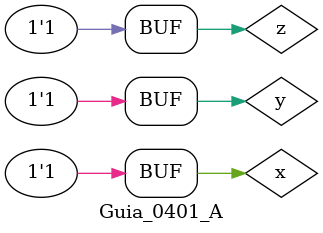
<source format=v>
/**
 * @file Guia_0401_A.v
 * @author 784778 - Wallace Freitas Oliveira (https://github.com/Olivwallace)
 * @brief Guia 04 Exercicio 01 - Arquitetura de Computadores I (PUC-Minas 1°/2023)
 * @date 03-03-2023
 */

`timescale 1ps/1ps
 `include "Guia_0401.v"

 module Guia_0401_A;
    reg x, y, z;
    wire s1;

    //Instanciamento
    QuestaoA QUESTAOA (s1, x, y, z);

    //Inicializacao de Valores
    initial begin
        x = 1'b0; y = 1'b0; z = 1'b0;
    end

    //Principal
    initial begin : main
        
        
        $display("Teste Guia_0401 - Expressao Booleana - A");
        
        //Questao A;
        $display("\na)  x' . ( y'+z )' = S\n");
        
        //Monitoramento
        $display(" x  y  z |  S");
        $monitor("%2b %2b %2b | %2b", x, y, z, s1);


        //Sinalizacao
        #1 x=0; y=0; z=0; //0
        #1 x=0; y=0; z=1; //1
        #1 x=0; y=1; z=0; //2
        #1 x=0; y=1; z=1; //3
        #1 x=1; y=0; z=0; //4
        #1 x=1; y=0; z=1; //5
        #1 x=1; y=1; z=0; //6
        #1 x=1; y=1; z=1; //7
    end

 endmodule
</source>
